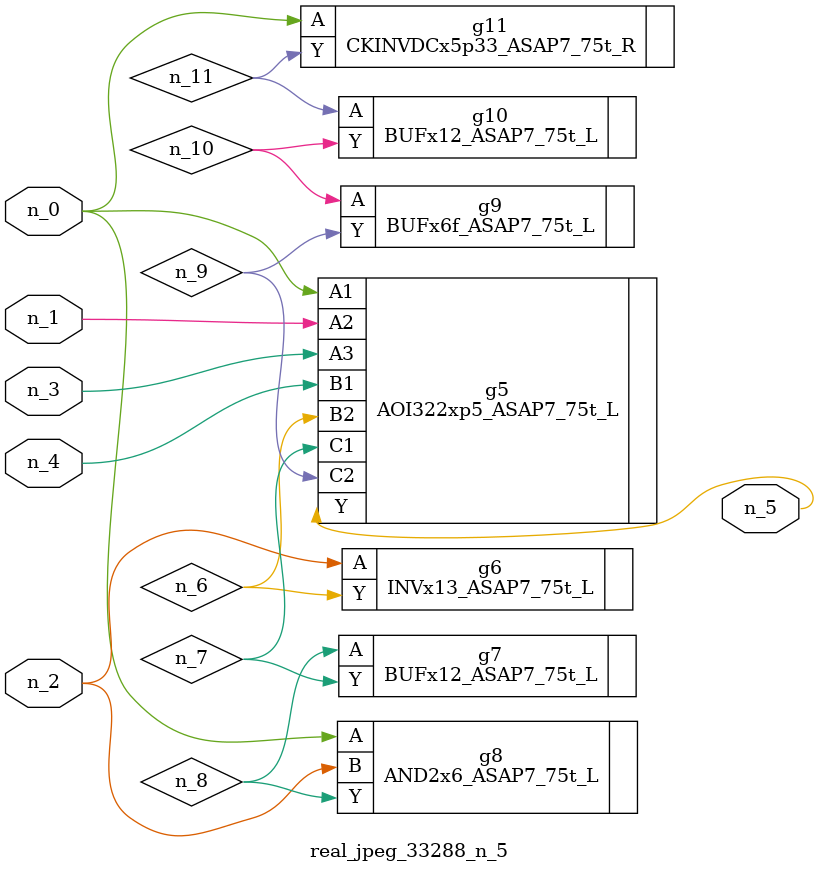
<source format=v>
module real_jpeg_33288_n_5 (n_4, n_0, n_1, n_2, n_3, n_5);

input n_4;
input n_0;
input n_1;
input n_2;
input n_3;

output n_5;

wire n_8;
wire n_11;
wire n_6;
wire n_7;
wire n_10;
wire n_9;

AOI322xp5_ASAP7_75t_L g5 ( 
.A1(n_0),
.A2(n_1),
.A3(n_3),
.B1(n_4),
.B2(n_6),
.C1(n_7),
.C2(n_9),
.Y(n_5)
);

AND2x6_ASAP7_75t_L g8 ( 
.A(n_0),
.B(n_2),
.Y(n_8)
);

CKINVDCx5p33_ASAP7_75t_R g11 ( 
.A(n_0),
.Y(n_11)
);

INVx13_ASAP7_75t_L g6 ( 
.A(n_2),
.Y(n_6)
);

BUFx12_ASAP7_75t_L g7 ( 
.A(n_8),
.Y(n_7)
);

BUFx6f_ASAP7_75t_L g9 ( 
.A(n_10),
.Y(n_9)
);

BUFx12_ASAP7_75t_L g10 ( 
.A(n_11),
.Y(n_10)
);


endmodule
</source>
